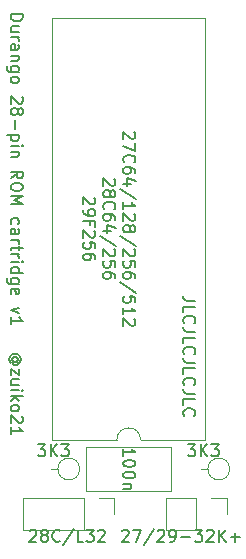
<source format=gto>
G04 #@! TF.GenerationSoftware,KiCad,Pcbnew,(5.1.2-1)-1*
G04 #@! TF.CreationDate,2022-05-30T23:40:34+02:00*
G04 #@! TF.ProjectId,cart28p,63617274-3238-4702-9e6b-696361645f70,rev?*
G04 #@! TF.SameCoordinates,Original*
G04 #@! TF.FileFunction,Legend,Top*
G04 #@! TF.FilePolarity,Positive*
%FSLAX46Y46*%
G04 Gerber Fmt 4.6, Leading zero omitted, Abs format (unit mm)*
G04 Created by KiCad (PCBNEW (5.1.2-1)-1) date 2022-05-30 23:40:34*
%MOMM*%
%LPD*%
G04 APERTURE LIST*
%ADD10C,0.160000*%
%ADD11C,0.157500*%
%ADD12C,0.180000*%
%ADD13C,0.120000*%
%ADD14C,0.153000*%
%ADD15C,0.100000*%
%ADD16C,0.150000*%
%ADD17C,1.626000*%
%ADD18R,1.702000X1.702000*%
%ADD19O,1.702000X1.702000*%
%ADD20C,1.702000*%
%ADD21O,1.502000X1.502000*%
%ADD22C,1.502000*%
%ADD23O,1.802000X1.802000*%
%ADD24R,1.802000X1.802000*%
G04 APERTURE END LIST*
D10*
X73056619Y-45296666D02*
X73105000Y-45345047D01*
X73153380Y-45441809D01*
X73153380Y-45683714D01*
X73105000Y-45780476D01*
X73056619Y-45828857D01*
X72959857Y-45877238D01*
X72863095Y-45877238D01*
X72717952Y-45828857D01*
X72137380Y-45248285D01*
X72137380Y-45877238D01*
X72717952Y-46457809D02*
X72766333Y-46361047D01*
X72814714Y-46312666D01*
X72911476Y-46264285D01*
X72959857Y-46264285D01*
X73056619Y-46312666D01*
X73105000Y-46361047D01*
X73153380Y-46457809D01*
X73153380Y-46651333D01*
X73105000Y-46748095D01*
X73056619Y-46796476D01*
X72959857Y-46844857D01*
X72911476Y-46844857D01*
X72814714Y-46796476D01*
X72766333Y-46748095D01*
X72717952Y-46651333D01*
X72717952Y-46457809D01*
X72669571Y-46361047D01*
X72621190Y-46312666D01*
X72524428Y-46264285D01*
X72330904Y-46264285D01*
X72234142Y-46312666D01*
X72185761Y-46361047D01*
X72137380Y-46457809D01*
X72137380Y-46651333D01*
X72185761Y-46748095D01*
X72234142Y-46796476D01*
X72330904Y-46844857D01*
X72524428Y-46844857D01*
X72621190Y-46796476D01*
X72669571Y-46748095D01*
X72717952Y-46651333D01*
X72234142Y-47860857D02*
X72185761Y-47812476D01*
X72137380Y-47667333D01*
X72137380Y-47570571D01*
X72185761Y-47425428D01*
X72282523Y-47328666D01*
X72379285Y-47280285D01*
X72572809Y-47231904D01*
X72717952Y-47231904D01*
X72911476Y-47280285D01*
X73008238Y-47328666D01*
X73105000Y-47425428D01*
X73153380Y-47570571D01*
X73153380Y-47667333D01*
X73105000Y-47812476D01*
X73056619Y-47860857D01*
X73153380Y-48731714D02*
X73153380Y-48538190D01*
X73105000Y-48441428D01*
X73056619Y-48393047D01*
X72911476Y-48296285D01*
X72717952Y-48247904D01*
X72330904Y-48247904D01*
X72234142Y-48296285D01*
X72185761Y-48344666D01*
X72137380Y-48441428D01*
X72137380Y-48634952D01*
X72185761Y-48731714D01*
X72234142Y-48780095D01*
X72330904Y-48828476D01*
X72572809Y-48828476D01*
X72669571Y-48780095D01*
X72717952Y-48731714D01*
X72766333Y-48634952D01*
X72766333Y-48441428D01*
X72717952Y-48344666D01*
X72669571Y-48296285D01*
X72572809Y-48247904D01*
X72814714Y-49699333D02*
X72137380Y-49699333D01*
X73201761Y-49457428D02*
X72476047Y-49215523D01*
X72476047Y-49844476D01*
X73201761Y-50957238D02*
X71895476Y-50086380D01*
X73056619Y-51247523D02*
X73105000Y-51295904D01*
X73153380Y-51392666D01*
X73153380Y-51634571D01*
X73105000Y-51731333D01*
X73056619Y-51779714D01*
X72959857Y-51828095D01*
X72863095Y-51828095D01*
X72717952Y-51779714D01*
X72137380Y-51199142D01*
X72137380Y-51828095D01*
X73153380Y-52747333D02*
X73153380Y-52263523D01*
X72669571Y-52215142D01*
X72717952Y-52263523D01*
X72766333Y-52360285D01*
X72766333Y-52602190D01*
X72717952Y-52698952D01*
X72669571Y-52747333D01*
X72572809Y-52795714D01*
X72330904Y-52795714D01*
X72234142Y-52747333D01*
X72185761Y-52698952D01*
X72137380Y-52602190D01*
X72137380Y-52360285D01*
X72185761Y-52263523D01*
X72234142Y-52215142D01*
X73153380Y-53666571D02*
X73153380Y-53473047D01*
X73105000Y-53376285D01*
X73056619Y-53327904D01*
X72911476Y-53231142D01*
X72717952Y-53182761D01*
X72330904Y-53182761D01*
X72234142Y-53231142D01*
X72185761Y-53279523D01*
X72137380Y-53376285D01*
X72137380Y-53569809D01*
X72185761Y-53666571D01*
X72234142Y-53714952D01*
X72330904Y-53763333D01*
X72572809Y-53763333D01*
X72669571Y-53714952D01*
X72717952Y-53666571D01*
X72766333Y-53569809D01*
X72766333Y-53376285D01*
X72717952Y-53279523D01*
X72669571Y-53231142D01*
X72572809Y-53182761D01*
X71372619Y-46869047D02*
X71421000Y-46917428D01*
X71469380Y-47014190D01*
X71469380Y-47256095D01*
X71421000Y-47352857D01*
X71372619Y-47401238D01*
X71275857Y-47449619D01*
X71179095Y-47449619D01*
X71033952Y-47401238D01*
X70453380Y-46820666D01*
X70453380Y-47449619D01*
X70453380Y-47933428D02*
X70453380Y-48126952D01*
X70501761Y-48223714D01*
X70550142Y-48272095D01*
X70695285Y-48368857D01*
X70888809Y-48417238D01*
X71275857Y-48417238D01*
X71372619Y-48368857D01*
X71421000Y-48320476D01*
X71469380Y-48223714D01*
X71469380Y-48030190D01*
X71421000Y-47933428D01*
X71372619Y-47885047D01*
X71275857Y-47836666D01*
X71033952Y-47836666D01*
X70937190Y-47885047D01*
X70888809Y-47933428D01*
X70840428Y-48030190D01*
X70840428Y-48223714D01*
X70888809Y-48320476D01*
X70937190Y-48368857D01*
X71033952Y-48417238D01*
X70985571Y-49191333D02*
X70985571Y-48852666D01*
X70453380Y-48852666D02*
X71469380Y-48852666D01*
X71469380Y-49336476D01*
X71372619Y-49675142D02*
X71421000Y-49723523D01*
X71469380Y-49820285D01*
X71469380Y-50062190D01*
X71421000Y-50158952D01*
X71372619Y-50207333D01*
X71275857Y-50255714D01*
X71179095Y-50255714D01*
X71033952Y-50207333D01*
X70453380Y-49626761D01*
X70453380Y-50255714D01*
X71469380Y-51174952D02*
X71469380Y-50691142D01*
X70985571Y-50642761D01*
X71033952Y-50691142D01*
X71082333Y-50787904D01*
X71082333Y-51029809D01*
X71033952Y-51126571D01*
X70985571Y-51174952D01*
X70888809Y-51223333D01*
X70646904Y-51223333D01*
X70550142Y-51174952D01*
X70501761Y-51126571D01*
X70453380Y-51029809D01*
X70453380Y-50787904D01*
X70501761Y-50691142D01*
X70550142Y-50642761D01*
X71469380Y-52094190D02*
X71469380Y-51900666D01*
X71421000Y-51803904D01*
X71372619Y-51755523D01*
X71227476Y-51658761D01*
X71033952Y-51610380D01*
X70646904Y-51610380D01*
X70550142Y-51658761D01*
X70501761Y-51707142D01*
X70453380Y-51803904D01*
X70453380Y-51997428D01*
X70501761Y-52094190D01*
X70550142Y-52142571D01*
X70646904Y-52190952D01*
X70888809Y-52190952D01*
X70985571Y-52142571D01*
X71033952Y-52094190D01*
X71082333Y-51997428D01*
X71082333Y-51803904D01*
X71033952Y-51707142D01*
X70985571Y-51658761D01*
X70888809Y-51610380D01*
D11*
X79931380Y-55632047D02*
X79205666Y-55632047D01*
X79060523Y-55583666D01*
X78963761Y-55486904D01*
X78915380Y-55341761D01*
X78915380Y-55245000D01*
X78915380Y-56599666D02*
X78915380Y-56115857D01*
X79931380Y-56115857D01*
X79012142Y-57518904D02*
X78963761Y-57470523D01*
X78915380Y-57325380D01*
X78915380Y-57228619D01*
X78963761Y-57083476D01*
X79060523Y-56986714D01*
X79157285Y-56938333D01*
X79350809Y-56889952D01*
X79495952Y-56889952D01*
X79689476Y-56938333D01*
X79786238Y-56986714D01*
X79883000Y-57083476D01*
X79931380Y-57228619D01*
X79931380Y-57325380D01*
X79883000Y-57470523D01*
X79834619Y-57518904D01*
X79931380Y-58244619D02*
X79205666Y-58244619D01*
X79060523Y-58196238D01*
X78963761Y-58099476D01*
X78915380Y-57954333D01*
X78915380Y-57857571D01*
X78915380Y-59212238D02*
X78915380Y-58728428D01*
X79931380Y-58728428D01*
X79012142Y-60131476D02*
X78963761Y-60083095D01*
X78915380Y-59937952D01*
X78915380Y-59841190D01*
X78963761Y-59696047D01*
X79060523Y-59599285D01*
X79157285Y-59550904D01*
X79350809Y-59502523D01*
X79495952Y-59502523D01*
X79689476Y-59550904D01*
X79786238Y-59599285D01*
X79883000Y-59696047D01*
X79931380Y-59841190D01*
X79931380Y-59937952D01*
X79883000Y-60083095D01*
X79834619Y-60131476D01*
X79931380Y-60857190D02*
X79205666Y-60857190D01*
X79060523Y-60808809D01*
X78963761Y-60712047D01*
X78915380Y-60566904D01*
X78915380Y-60470142D01*
X78915380Y-61824809D02*
X78915380Y-61341000D01*
X79931380Y-61341000D01*
X79012142Y-62744047D02*
X78963761Y-62695666D01*
X78915380Y-62550523D01*
X78915380Y-62453761D01*
X78963761Y-62308619D01*
X79060523Y-62211857D01*
X79157285Y-62163476D01*
X79350809Y-62115095D01*
X79495952Y-62115095D01*
X79689476Y-62163476D01*
X79786238Y-62211857D01*
X79883000Y-62308619D01*
X79931380Y-62453761D01*
X79931380Y-62550523D01*
X79883000Y-62695666D01*
X79834619Y-62744047D01*
X79931380Y-63469761D02*
X79205666Y-63469761D01*
X79060523Y-63421380D01*
X78963761Y-63324619D01*
X78915380Y-63179476D01*
X78915380Y-63082714D01*
X78915380Y-64437380D02*
X78915380Y-63953571D01*
X79931380Y-63953571D01*
X79012142Y-65356619D02*
X78963761Y-65308238D01*
X78915380Y-65163095D01*
X78915380Y-65066333D01*
X78963761Y-64921190D01*
X79060523Y-64824428D01*
X79157285Y-64776047D01*
X79350809Y-64727666D01*
X79495952Y-64727666D01*
X79689476Y-64776047D01*
X79786238Y-64824428D01*
X79883000Y-64921190D01*
X79931380Y-65066333D01*
X79931380Y-65163095D01*
X79883000Y-65308238D01*
X79834619Y-65356619D01*
D12*
X64794190Y-60766476D02*
X64842571Y-60718095D01*
X64890952Y-60621333D01*
X64890952Y-60524571D01*
X64842571Y-60427809D01*
X64794190Y-60379428D01*
X64697428Y-60331047D01*
X64600666Y-60331047D01*
X64503904Y-60379428D01*
X64455523Y-60427809D01*
X64407142Y-60524571D01*
X64407142Y-60621333D01*
X64455523Y-60718095D01*
X64503904Y-60766476D01*
X64890952Y-60766476D02*
X64503904Y-60766476D01*
X64455523Y-60814857D01*
X64455523Y-60863238D01*
X64503904Y-60960000D01*
X64600666Y-61008380D01*
X64842571Y-61008380D01*
X64987714Y-60911619D01*
X65084476Y-60766476D01*
X65132857Y-60572952D01*
X65084476Y-60379428D01*
X64987714Y-60234285D01*
X64842571Y-60137523D01*
X64649047Y-60089142D01*
X64455523Y-60137523D01*
X64310380Y-60234285D01*
X64213619Y-60379428D01*
X64165238Y-60572952D01*
X64213619Y-60766476D01*
X64310380Y-60911619D01*
X64987714Y-61347047D02*
X64987714Y-61879238D01*
X64310380Y-61347047D01*
X64310380Y-61879238D01*
X64987714Y-62701714D02*
X64310380Y-62701714D01*
X64987714Y-62266285D02*
X64455523Y-62266285D01*
X64358761Y-62314666D01*
X64310380Y-62411428D01*
X64310380Y-62556571D01*
X64358761Y-62653333D01*
X64407142Y-62701714D01*
X64310380Y-63185523D02*
X64987714Y-63185523D01*
X65326380Y-63185523D02*
X65278000Y-63137142D01*
X65229619Y-63185523D01*
X65278000Y-63233904D01*
X65326380Y-63185523D01*
X65229619Y-63185523D01*
X64310380Y-63669333D02*
X65326380Y-63669333D01*
X64697428Y-63766095D02*
X64310380Y-64056380D01*
X64987714Y-64056380D02*
X64600666Y-63669333D01*
X64310380Y-64636952D02*
X64358761Y-64540190D01*
X64407142Y-64491809D01*
X64503904Y-64443428D01*
X64794190Y-64443428D01*
X64890952Y-64491809D01*
X64939333Y-64540190D01*
X64987714Y-64636952D01*
X64987714Y-64782095D01*
X64939333Y-64878857D01*
X64890952Y-64927238D01*
X64794190Y-64975619D01*
X64503904Y-64975619D01*
X64407142Y-64927238D01*
X64358761Y-64878857D01*
X64310380Y-64782095D01*
X64310380Y-64636952D01*
X65229619Y-65362666D02*
X65278000Y-65411047D01*
X65326380Y-65507809D01*
X65326380Y-65749714D01*
X65278000Y-65846476D01*
X65229619Y-65894857D01*
X65132857Y-65943238D01*
X65036095Y-65943238D01*
X64890952Y-65894857D01*
X64310380Y-65314285D01*
X64310380Y-65943238D01*
X64310380Y-66910857D02*
X64310380Y-66330285D01*
X64310380Y-66620571D02*
X65326380Y-66620571D01*
X65181238Y-66523809D01*
X65084476Y-66427047D01*
X65036095Y-66330285D01*
D10*
X64310380Y-31362952D02*
X65326380Y-31362952D01*
X65326380Y-31604857D01*
X65278000Y-31749999D01*
X65181238Y-31846761D01*
X65084476Y-31895142D01*
X64890952Y-31943523D01*
X64745809Y-31943523D01*
X64552285Y-31895142D01*
X64455523Y-31846761D01*
X64358761Y-31749999D01*
X64310380Y-31604857D01*
X64310380Y-31362952D01*
X64987714Y-32814380D02*
X64310380Y-32814380D01*
X64987714Y-32378952D02*
X64455523Y-32378952D01*
X64358761Y-32427333D01*
X64310380Y-32524095D01*
X64310380Y-32669238D01*
X64358761Y-32765999D01*
X64407142Y-32814380D01*
X64310380Y-33298190D02*
X64987714Y-33298190D01*
X64794190Y-33298190D02*
X64890952Y-33346571D01*
X64939333Y-33394952D01*
X64987714Y-33491714D01*
X64987714Y-33588476D01*
X64310380Y-34362571D02*
X64842571Y-34362571D01*
X64939333Y-34314190D01*
X64987714Y-34217428D01*
X64987714Y-34023904D01*
X64939333Y-33927142D01*
X64358761Y-34362571D02*
X64310380Y-34265809D01*
X64310380Y-34023904D01*
X64358761Y-33927142D01*
X64455523Y-33878761D01*
X64552285Y-33878761D01*
X64649047Y-33927142D01*
X64697428Y-34023904D01*
X64697428Y-34265809D01*
X64745809Y-34362571D01*
X64987714Y-34846380D02*
X64310380Y-34846380D01*
X64890952Y-34846380D02*
X64939333Y-34894761D01*
X64987714Y-34991523D01*
X64987714Y-35136666D01*
X64939333Y-35233428D01*
X64842571Y-35281809D01*
X64310380Y-35281809D01*
X64987714Y-36201047D02*
X64165238Y-36201047D01*
X64068476Y-36152666D01*
X64020095Y-36104285D01*
X63971714Y-36007523D01*
X63971714Y-35862380D01*
X64020095Y-35765619D01*
X64358761Y-36201047D02*
X64310380Y-36104285D01*
X64310380Y-35910761D01*
X64358761Y-35813999D01*
X64407142Y-35765619D01*
X64503904Y-35717238D01*
X64794190Y-35717238D01*
X64890952Y-35765619D01*
X64939333Y-35813999D01*
X64987714Y-35910761D01*
X64987714Y-36104285D01*
X64939333Y-36201047D01*
X64310380Y-36829999D02*
X64358761Y-36733238D01*
X64407142Y-36684857D01*
X64503904Y-36636476D01*
X64794190Y-36636476D01*
X64890952Y-36684857D01*
X64939333Y-36733238D01*
X64987714Y-36829999D01*
X64987714Y-36975142D01*
X64939333Y-37071904D01*
X64890952Y-37120285D01*
X64794190Y-37168666D01*
X64503904Y-37168666D01*
X64407142Y-37120285D01*
X64358761Y-37071904D01*
X64310380Y-36975142D01*
X64310380Y-36829999D01*
X65229619Y-38329809D02*
X65278000Y-38378190D01*
X65326380Y-38474952D01*
X65326380Y-38716857D01*
X65278000Y-38813619D01*
X65229619Y-38861999D01*
X65132857Y-38910380D01*
X65036095Y-38910380D01*
X64890952Y-38861999D01*
X64310380Y-38281428D01*
X64310380Y-38910380D01*
X64890952Y-39490952D02*
X64939333Y-39394190D01*
X64987714Y-39345809D01*
X65084476Y-39297428D01*
X65132857Y-39297428D01*
X65229619Y-39345809D01*
X65278000Y-39394190D01*
X65326380Y-39490952D01*
X65326380Y-39684476D01*
X65278000Y-39781238D01*
X65229619Y-39829619D01*
X65132857Y-39877999D01*
X65084476Y-39877999D01*
X64987714Y-39829619D01*
X64939333Y-39781238D01*
X64890952Y-39684476D01*
X64890952Y-39490952D01*
X64842571Y-39394190D01*
X64794190Y-39345809D01*
X64697428Y-39297428D01*
X64503904Y-39297428D01*
X64407142Y-39345809D01*
X64358761Y-39394190D01*
X64310380Y-39490952D01*
X64310380Y-39684476D01*
X64358761Y-39781238D01*
X64407142Y-39829619D01*
X64503904Y-39877999D01*
X64697428Y-39877999D01*
X64794190Y-39829619D01*
X64842571Y-39781238D01*
X64890952Y-39684476D01*
X64697428Y-40313428D02*
X64697428Y-41087523D01*
X64987714Y-41571333D02*
X63971714Y-41571333D01*
X64939333Y-41571333D02*
X64987714Y-41668095D01*
X64987714Y-41861619D01*
X64939333Y-41958380D01*
X64890952Y-42006761D01*
X64794190Y-42055142D01*
X64503904Y-42055142D01*
X64407142Y-42006761D01*
X64358761Y-41958380D01*
X64310380Y-41861619D01*
X64310380Y-41668095D01*
X64358761Y-41571333D01*
X64310380Y-42490571D02*
X64987714Y-42490571D01*
X65326380Y-42490571D02*
X65278000Y-42442190D01*
X65229619Y-42490571D01*
X65278000Y-42538952D01*
X65326380Y-42490571D01*
X65229619Y-42490571D01*
X64987714Y-42974380D02*
X64310380Y-42974380D01*
X64890952Y-42974380D02*
X64939333Y-43022761D01*
X64987714Y-43119523D01*
X64987714Y-43264666D01*
X64939333Y-43361428D01*
X64842571Y-43409809D01*
X64310380Y-43409809D01*
X64310380Y-45248285D02*
X64794190Y-44909619D01*
X64310380Y-44667714D02*
X65326380Y-44667714D01*
X65326380Y-45054761D01*
X65278000Y-45151523D01*
X65229619Y-45199904D01*
X65132857Y-45248285D01*
X64987714Y-45248285D01*
X64890952Y-45199904D01*
X64842571Y-45151523D01*
X64794190Y-45054761D01*
X64794190Y-44667714D01*
X65326380Y-45877238D02*
X65326380Y-46070761D01*
X65278000Y-46167523D01*
X65181238Y-46264285D01*
X64987714Y-46312666D01*
X64649047Y-46312666D01*
X64455523Y-46264285D01*
X64358761Y-46167523D01*
X64310380Y-46070761D01*
X64310380Y-45877238D01*
X64358761Y-45780476D01*
X64455523Y-45683714D01*
X64649047Y-45635333D01*
X64987714Y-45635333D01*
X65181238Y-45683714D01*
X65278000Y-45780476D01*
X65326380Y-45877238D01*
X64310380Y-46748095D02*
X65326380Y-46748095D01*
X64600666Y-47086761D01*
X65326380Y-47425428D01*
X64310380Y-47425428D01*
X64358761Y-49118761D02*
X64310380Y-49022000D01*
X64310380Y-48828476D01*
X64358761Y-48731714D01*
X64407142Y-48683333D01*
X64503904Y-48634952D01*
X64794190Y-48634952D01*
X64890952Y-48683333D01*
X64939333Y-48731714D01*
X64987714Y-48828476D01*
X64987714Y-49022000D01*
X64939333Y-49118761D01*
X64310380Y-49989619D02*
X64842571Y-49989619D01*
X64939333Y-49941238D01*
X64987714Y-49844476D01*
X64987714Y-49650952D01*
X64939333Y-49554190D01*
X64358761Y-49989619D02*
X64310380Y-49892857D01*
X64310380Y-49650952D01*
X64358761Y-49554190D01*
X64455523Y-49505809D01*
X64552285Y-49505809D01*
X64649047Y-49554190D01*
X64697428Y-49650952D01*
X64697428Y-49892857D01*
X64745809Y-49989619D01*
X64310380Y-50473428D02*
X64987714Y-50473428D01*
X64794190Y-50473428D02*
X64890952Y-50521809D01*
X64939333Y-50570190D01*
X64987714Y-50666952D01*
X64987714Y-50763714D01*
X64987714Y-50957238D02*
X64987714Y-51344285D01*
X65326380Y-51102380D02*
X64455523Y-51102380D01*
X64358761Y-51150761D01*
X64310380Y-51247523D01*
X64310380Y-51344285D01*
X64310380Y-51682952D02*
X64987714Y-51682952D01*
X64794190Y-51682952D02*
X64890952Y-51731333D01*
X64939333Y-51779714D01*
X64987714Y-51876476D01*
X64987714Y-51973238D01*
X64310380Y-52311904D02*
X64987714Y-52311904D01*
X65326380Y-52311904D02*
X65278000Y-52263523D01*
X65229619Y-52311904D01*
X65278000Y-52360285D01*
X65326380Y-52311904D01*
X65229619Y-52311904D01*
X64310380Y-53231142D02*
X65326380Y-53231142D01*
X64358761Y-53231142D02*
X64310380Y-53134380D01*
X64310380Y-52940857D01*
X64358761Y-52844095D01*
X64407142Y-52795714D01*
X64503904Y-52747333D01*
X64794190Y-52747333D01*
X64890952Y-52795714D01*
X64939333Y-52844095D01*
X64987714Y-52940857D01*
X64987714Y-53134380D01*
X64939333Y-53231142D01*
X64987714Y-54150380D02*
X64165238Y-54150380D01*
X64068476Y-54101999D01*
X64020095Y-54053619D01*
X63971714Y-53956857D01*
X63971714Y-53811714D01*
X64020095Y-53714952D01*
X64358761Y-54150380D02*
X64310380Y-54053619D01*
X64310380Y-53860095D01*
X64358761Y-53763333D01*
X64407142Y-53714952D01*
X64503904Y-53666571D01*
X64794190Y-53666571D01*
X64890952Y-53714952D01*
X64939333Y-53763333D01*
X64987714Y-53860095D01*
X64987714Y-54053619D01*
X64939333Y-54150380D01*
X64358761Y-55021238D02*
X64310380Y-54924476D01*
X64310380Y-54730952D01*
X64358761Y-54634190D01*
X64455523Y-54585809D01*
X64842571Y-54585809D01*
X64939333Y-54634190D01*
X64987714Y-54730952D01*
X64987714Y-54924476D01*
X64939333Y-55021238D01*
X64842571Y-55069619D01*
X64745809Y-55069619D01*
X64649047Y-54585809D01*
X64987714Y-56182380D02*
X64310380Y-56424285D01*
X64987714Y-56666190D01*
X64310380Y-57585428D02*
X64310380Y-57004857D01*
X64310380Y-57295142D02*
X65326380Y-57295142D01*
X65181238Y-57198380D01*
X65084476Y-57101619D01*
X65036095Y-57004857D01*
D13*
X73295000Y-67370000D02*
G75*
G02X75295000Y-67370000I1000000J0D01*
G01*
X75295000Y-67370000D02*
X80755000Y-67370000D01*
X80755000Y-67370000D02*
X80755000Y-31690000D01*
X80755000Y-31690000D02*
X67835000Y-31690000D01*
X67835000Y-31690000D02*
X67835000Y-67370000D01*
X67835000Y-67370000D02*
X73295000Y-67370000D01*
X77875000Y-67980000D02*
X77875000Y-71720000D01*
X70635000Y-67980000D02*
X70635000Y-71720000D01*
X70635000Y-71720000D02*
X77875000Y-71720000D01*
X70635000Y-67980000D02*
X77875000Y-67980000D01*
X80995000Y-69850000D02*
X80375000Y-69850000D01*
X82835000Y-69850000D02*
G75*
G03X82835000Y-69850000I-920000J0D01*
G01*
X68295000Y-69850000D02*
X67675000Y-69850000D01*
X70135000Y-69850000D02*
G75*
G03X70135000Y-69850000I-920000J0D01*
G01*
X73085000Y-72330000D02*
X73085000Y-73660000D01*
X71755000Y-72330000D02*
X73085000Y-72330000D01*
X70485000Y-72330000D02*
X70485000Y-74990000D01*
X70485000Y-74990000D02*
X65345000Y-74990000D01*
X70485000Y-72330000D02*
X65345000Y-72330000D01*
X65345000Y-72330000D02*
X65345000Y-74990000D01*
X82610000Y-72330000D02*
X82610000Y-73660000D01*
X81280000Y-72330000D02*
X82610000Y-72330000D01*
X80010000Y-72330000D02*
X80010000Y-74990000D01*
X80010000Y-74990000D02*
X77410000Y-74990000D01*
X80010000Y-72330000D02*
X77410000Y-72330000D01*
X77410000Y-72330000D02*
X77410000Y-74990000D01*
D10*
X74754619Y-41329428D02*
X74803000Y-41377809D01*
X74851380Y-41474571D01*
X74851380Y-41716476D01*
X74803000Y-41813238D01*
X74754619Y-41861619D01*
X74657857Y-41910000D01*
X74561095Y-41910000D01*
X74415952Y-41861619D01*
X73835380Y-41281047D01*
X73835380Y-41910000D01*
X74851380Y-42248666D02*
X74851380Y-42926000D01*
X73835380Y-42490571D01*
X73932142Y-43893619D02*
X73883761Y-43845238D01*
X73835380Y-43700095D01*
X73835380Y-43603333D01*
X73883761Y-43458190D01*
X73980523Y-43361428D01*
X74077285Y-43313047D01*
X74270809Y-43264666D01*
X74415952Y-43264666D01*
X74609476Y-43313047D01*
X74706238Y-43361428D01*
X74803000Y-43458190D01*
X74851380Y-43603333D01*
X74851380Y-43700095D01*
X74803000Y-43845238D01*
X74754619Y-43893619D01*
X74851380Y-44764476D02*
X74851380Y-44570952D01*
X74803000Y-44474190D01*
X74754619Y-44425809D01*
X74609476Y-44329047D01*
X74415952Y-44280666D01*
X74028904Y-44280666D01*
X73932142Y-44329047D01*
X73883761Y-44377428D01*
X73835380Y-44474190D01*
X73835380Y-44667714D01*
X73883761Y-44764476D01*
X73932142Y-44812857D01*
X74028904Y-44861238D01*
X74270809Y-44861238D01*
X74367571Y-44812857D01*
X74415952Y-44764476D01*
X74464333Y-44667714D01*
X74464333Y-44474190D01*
X74415952Y-44377428D01*
X74367571Y-44329047D01*
X74270809Y-44280666D01*
X74512714Y-45732095D02*
X73835380Y-45732095D01*
X74899761Y-45490190D02*
X74174047Y-45248285D01*
X74174047Y-45877238D01*
X74899761Y-46990000D02*
X73593476Y-46119142D01*
X73835380Y-47860857D02*
X73835380Y-47280285D01*
X73835380Y-47570571D02*
X74851380Y-47570571D01*
X74706238Y-47473809D01*
X74609476Y-47377047D01*
X74561095Y-47280285D01*
X74754619Y-48247904D02*
X74803000Y-48296285D01*
X74851380Y-48393047D01*
X74851380Y-48634952D01*
X74803000Y-48731714D01*
X74754619Y-48780095D01*
X74657857Y-48828476D01*
X74561095Y-48828476D01*
X74415952Y-48780095D01*
X73835380Y-48199523D01*
X73835380Y-48828476D01*
X74415952Y-49409047D02*
X74464333Y-49312285D01*
X74512714Y-49263904D01*
X74609476Y-49215523D01*
X74657857Y-49215523D01*
X74754619Y-49263904D01*
X74803000Y-49312285D01*
X74851380Y-49409047D01*
X74851380Y-49602571D01*
X74803000Y-49699333D01*
X74754619Y-49747714D01*
X74657857Y-49796095D01*
X74609476Y-49796095D01*
X74512714Y-49747714D01*
X74464333Y-49699333D01*
X74415952Y-49602571D01*
X74415952Y-49409047D01*
X74367571Y-49312285D01*
X74319190Y-49263904D01*
X74222428Y-49215523D01*
X74028904Y-49215523D01*
X73932142Y-49263904D01*
X73883761Y-49312285D01*
X73835380Y-49409047D01*
X73835380Y-49602571D01*
X73883761Y-49699333D01*
X73932142Y-49747714D01*
X74028904Y-49796095D01*
X74222428Y-49796095D01*
X74319190Y-49747714D01*
X74367571Y-49699333D01*
X74415952Y-49602571D01*
X74899761Y-50957238D02*
X73593476Y-50086380D01*
X74754619Y-51247523D02*
X74803000Y-51295904D01*
X74851380Y-51392666D01*
X74851380Y-51634571D01*
X74803000Y-51731333D01*
X74754619Y-51779714D01*
X74657857Y-51828095D01*
X74561095Y-51828095D01*
X74415952Y-51779714D01*
X73835380Y-51199142D01*
X73835380Y-51828095D01*
X74851380Y-52747333D02*
X74851380Y-52263523D01*
X74367571Y-52215142D01*
X74415952Y-52263523D01*
X74464333Y-52360285D01*
X74464333Y-52602190D01*
X74415952Y-52698952D01*
X74367571Y-52747333D01*
X74270809Y-52795714D01*
X74028904Y-52795714D01*
X73932142Y-52747333D01*
X73883761Y-52698952D01*
X73835380Y-52602190D01*
X73835380Y-52360285D01*
X73883761Y-52263523D01*
X73932142Y-52215142D01*
X74851380Y-53666571D02*
X74851380Y-53473047D01*
X74803000Y-53376285D01*
X74754619Y-53327904D01*
X74609476Y-53231142D01*
X74415952Y-53182761D01*
X74028904Y-53182761D01*
X73932142Y-53231142D01*
X73883761Y-53279523D01*
X73835380Y-53376285D01*
X73835380Y-53569809D01*
X73883761Y-53666571D01*
X73932142Y-53714952D01*
X74028904Y-53763333D01*
X74270809Y-53763333D01*
X74367571Y-53714952D01*
X74415952Y-53666571D01*
X74464333Y-53569809D01*
X74464333Y-53376285D01*
X74415952Y-53279523D01*
X74367571Y-53231142D01*
X74270809Y-53182761D01*
X74899761Y-54924476D02*
X73593476Y-54053619D01*
X74851380Y-55746952D02*
X74851380Y-55263142D01*
X74367571Y-55214761D01*
X74415952Y-55263142D01*
X74464333Y-55359904D01*
X74464333Y-55601809D01*
X74415952Y-55698571D01*
X74367571Y-55746952D01*
X74270809Y-55795333D01*
X74028904Y-55795333D01*
X73932142Y-55746952D01*
X73883761Y-55698571D01*
X73835380Y-55601809D01*
X73835380Y-55359904D01*
X73883761Y-55263142D01*
X73932142Y-55214761D01*
X73835380Y-56762952D02*
X73835380Y-56182380D01*
X73835380Y-56472666D02*
X74851380Y-56472666D01*
X74706238Y-56375904D01*
X74609476Y-56279142D01*
X74561095Y-56182380D01*
X74754619Y-57150000D02*
X74803000Y-57198380D01*
X74851380Y-57295142D01*
X74851380Y-57537047D01*
X74803000Y-57633809D01*
X74754619Y-57682190D01*
X74657857Y-57730571D01*
X74561095Y-57730571D01*
X74415952Y-57682190D01*
X73835380Y-57101619D01*
X73835380Y-57730571D01*
X73835380Y-68713047D02*
X73835380Y-68132476D01*
X73835380Y-68422761D02*
X74851380Y-68422761D01*
X74706238Y-68326000D01*
X74609476Y-68229238D01*
X74561095Y-68132476D01*
X74851380Y-69342000D02*
X74851380Y-69438761D01*
X74803000Y-69535523D01*
X74754619Y-69583904D01*
X74657857Y-69632285D01*
X74464333Y-69680666D01*
X74222428Y-69680666D01*
X74028904Y-69632285D01*
X73932142Y-69583904D01*
X73883761Y-69535523D01*
X73835380Y-69438761D01*
X73835380Y-69342000D01*
X73883761Y-69245238D01*
X73932142Y-69196857D01*
X74028904Y-69148476D01*
X74222428Y-69100095D01*
X74464333Y-69100095D01*
X74657857Y-69148476D01*
X74754619Y-69196857D01*
X74803000Y-69245238D01*
X74851380Y-69342000D01*
X74851380Y-70309619D02*
X74851380Y-70406380D01*
X74803000Y-70503142D01*
X74754619Y-70551523D01*
X74657857Y-70599904D01*
X74464333Y-70648285D01*
X74222428Y-70648285D01*
X74028904Y-70599904D01*
X73932142Y-70551523D01*
X73883761Y-70503142D01*
X73835380Y-70406380D01*
X73835380Y-70309619D01*
X73883761Y-70212857D01*
X73932142Y-70164476D01*
X74028904Y-70116095D01*
X74222428Y-70067714D01*
X74464333Y-70067714D01*
X74657857Y-70116095D01*
X74754619Y-70164476D01*
X74803000Y-70212857D01*
X74851380Y-70309619D01*
X74512714Y-71083714D02*
X73835380Y-71083714D01*
X74415952Y-71083714D02*
X74464333Y-71132095D01*
X74512714Y-71228857D01*
X74512714Y-71374000D01*
X74464333Y-71470761D01*
X74367571Y-71519142D01*
X73835380Y-71519142D01*
X79314523Y-67769619D02*
X79943476Y-67769619D01*
X79604809Y-68156666D01*
X79749952Y-68156666D01*
X79846714Y-68205047D01*
X79895095Y-68253428D01*
X79943476Y-68350190D01*
X79943476Y-68592095D01*
X79895095Y-68688857D01*
X79846714Y-68737238D01*
X79749952Y-68785619D01*
X79459666Y-68785619D01*
X79362904Y-68737238D01*
X79314523Y-68688857D01*
X80378904Y-68785619D02*
X80378904Y-67769619D01*
X80959476Y-68785619D02*
X80524047Y-68205047D01*
X80959476Y-67769619D02*
X80378904Y-68350190D01*
X81298142Y-67769619D02*
X81927095Y-67769619D01*
X81588428Y-68156666D01*
X81733571Y-68156666D01*
X81830333Y-68205047D01*
X81878714Y-68253428D01*
X81927095Y-68350190D01*
X81927095Y-68592095D01*
X81878714Y-68688857D01*
X81830333Y-68737238D01*
X81733571Y-68785619D01*
X81443285Y-68785619D01*
X81346523Y-68737238D01*
X81298142Y-68688857D01*
X66614523Y-67769619D02*
X67243476Y-67769619D01*
X66904809Y-68156666D01*
X67049952Y-68156666D01*
X67146714Y-68205047D01*
X67195095Y-68253428D01*
X67243476Y-68350190D01*
X67243476Y-68592095D01*
X67195095Y-68688857D01*
X67146714Y-68737238D01*
X67049952Y-68785619D01*
X66759666Y-68785619D01*
X66662904Y-68737238D01*
X66614523Y-68688857D01*
X67678904Y-68785619D02*
X67678904Y-67769619D01*
X68259476Y-68785619D02*
X67824047Y-68205047D01*
X68259476Y-67769619D02*
X67678904Y-68350190D01*
X68598142Y-67769619D02*
X69227095Y-67769619D01*
X68888428Y-68156666D01*
X69033571Y-68156666D01*
X69130333Y-68205047D01*
X69178714Y-68253428D01*
X69227095Y-68350190D01*
X69227095Y-68592095D01*
X69178714Y-68688857D01*
X69130333Y-68737238D01*
X69033571Y-68785619D01*
X68743285Y-68785619D01*
X68646523Y-68737238D01*
X68598142Y-68688857D01*
D14*
X65894857Y-75105380D02*
X65943238Y-75057000D01*
X66040000Y-75008619D01*
X66281904Y-75008619D01*
X66378666Y-75057000D01*
X66427047Y-75105380D01*
X66475428Y-75202142D01*
X66475428Y-75298904D01*
X66427047Y-75444047D01*
X65846476Y-76024619D01*
X66475428Y-76024619D01*
X67056000Y-75444047D02*
X66959238Y-75395666D01*
X66910857Y-75347285D01*
X66862476Y-75250523D01*
X66862476Y-75202142D01*
X66910857Y-75105380D01*
X66959238Y-75057000D01*
X67056000Y-75008619D01*
X67249523Y-75008619D01*
X67346285Y-75057000D01*
X67394666Y-75105380D01*
X67443047Y-75202142D01*
X67443047Y-75250523D01*
X67394666Y-75347285D01*
X67346285Y-75395666D01*
X67249523Y-75444047D01*
X67056000Y-75444047D01*
X66959238Y-75492428D01*
X66910857Y-75540809D01*
X66862476Y-75637571D01*
X66862476Y-75831095D01*
X66910857Y-75927857D01*
X66959238Y-75976238D01*
X67056000Y-76024619D01*
X67249523Y-76024619D01*
X67346285Y-75976238D01*
X67394666Y-75927857D01*
X67443047Y-75831095D01*
X67443047Y-75637571D01*
X67394666Y-75540809D01*
X67346285Y-75492428D01*
X67249523Y-75444047D01*
X68459047Y-75927857D02*
X68410666Y-75976238D01*
X68265523Y-76024619D01*
X68168761Y-76024619D01*
X68023619Y-75976238D01*
X67926857Y-75879476D01*
X67878476Y-75782714D01*
X67830095Y-75589190D01*
X67830095Y-75444047D01*
X67878476Y-75250523D01*
X67926857Y-75153761D01*
X68023619Y-75057000D01*
X68168761Y-75008619D01*
X68265523Y-75008619D01*
X68410666Y-75057000D01*
X68459047Y-75105380D01*
X69620190Y-74960238D02*
X68749333Y-76266523D01*
X70442666Y-76024619D02*
X69958857Y-76024619D01*
X69958857Y-75008619D01*
X70684571Y-75008619D02*
X71313523Y-75008619D01*
X70974857Y-75395666D01*
X71120000Y-75395666D01*
X71216761Y-75444047D01*
X71265142Y-75492428D01*
X71313523Y-75589190D01*
X71313523Y-75831095D01*
X71265142Y-75927857D01*
X71216761Y-75976238D01*
X71120000Y-76024619D01*
X70829714Y-76024619D01*
X70732952Y-75976238D01*
X70684571Y-75927857D01*
X71700571Y-75105380D02*
X71748952Y-75057000D01*
X71845714Y-75008619D01*
X72087619Y-75008619D01*
X72184380Y-75057000D01*
X72232761Y-75105380D01*
X72281142Y-75202142D01*
X72281142Y-75298904D01*
X72232761Y-75444047D01*
X71652190Y-76024619D01*
X72281142Y-76024619D01*
X73732571Y-75105380D02*
X73780952Y-75057000D01*
X73877714Y-75008619D01*
X74119619Y-75008619D01*
X74216380Y-75057000D01*
X74264761Y-75105380D01*
X74313142Y-75202142D01*
X74313142Y-75298904D01*
X74264761Y-75444047D01*
X73684190Y-76024619D01*
X74313142Y-76024619D01*
X74651809Y-75008619D02*
X75329142Y-75008619D01*
X74893714Y-76024619D01*
X76441904Y-74960238D02*
X75571047Y-76266523D01*
X76732190Y-75105380D02*
X76780571Y-75057000D01*
X76877333Y-75008619D01*
X77119238Y-75008619D01*
X77216000Y-75057000D01*
X77264380Y-75105380D01*
X77312761Y-75202142D01*
X77312761Y-75298904D01*
X77264380Y-75444047D01*
X76683809Y-76024619D01*
X77312761Y-76024619D01*
X77796571Y-76024619D02*
X77990095Y-76024619D01*
X78086857Y-75976238D01*
X78135238Y-75927857D01*
X78232000Y-75782714D01*
X78280380Y-75589190D01*
X78280380Y-75202142D01*
X78232000Y-75105380D01*
X78183619Y-75057000D01*
X78086857Y-75008619D01*
X77893333Y-75008619D01*
X77796571Y-75057000D01*
X77748190Y-75105380D01*
X77699809Y-75202142D01*
X77699809Y-75444047D01*
X77748190Y-75540809D01*
X77796571Y-75589190D01*
X77893333Y-75637571D01*
X78086857Y-75637571D01*
X78183619Y-75589190D01*
X78232000Y-75540809D01*
X78280380Y-75444047D01*
X78715809Y-75637571D02*
X79489904Y-75637571D01*
X79876952Y-75008619D02*
X80505904Y-75008619D01*
X80167238Y-75395666D01*
X80312380Y-75395666D01*
X80409142Y-75444047D01*
X80457523Y-75492428D01*
X80505904Y-75589190D01*
X80505904Y-75831095D01*
X80457523Y-75927857D01*
X80409142Y-75976238D01*
X80312380Y-76024619D01*
X80022095Y-76024619D01*
X79925333Y-75976238D01*
X79876952Y-75927857D01*
X80892952Y-75105380D02*
X80941333Y-75057000D01*
X81038095Y-75008619D01*
X81280000Y-75008619D01*
X81376761Y-75057000D01*
X81425142Y-75105380D01*
X81473523Y-75202142D01*
X81473523Y-75298904D01*
X81425142Y-75444047D01*
X80844571Y-76024619D01*
X81473523Y-76024619D01*
X81908952Y-76024619D02*
X81908952Y-75008619D01*
X82489523Y-76024619D02*
X82054095Y-75444047D01*
X82489523Y-75008619D02*
X81908952Y-75589190D01*
X82924952Y-75637571D02*
X83699047Y-75637571D01*
X83312000Y-76024619D02*
X83312000Y-75250523D01*
%LPC*%
D15*
G36*
X55880000Y-27940000D02*
G01*
X55880000Y-76200000D01*
X63500000Y-76200000D01*
X63500000Y-27940000D01*
X55880000Y-27940000D01*
G37*
X55880000Y-27940000D02*
X55880000Y-76200000D01*
X63500000Y-76200000D01*
X63500000Y-27940000D01*
X55880000Y-27940000D01*
D16*
G36*
X63374344Y-29668957D02*
G01*
X63413804Y-29674811D01*
X63452501Y-29684504D01*
X63490061Y-29697943D01*
X63526123Y-29714999D01*
X63560339Y-29735508D01*
X63592381Y-29759271D01*
X63621939Y-29786061D01*
X63648729Y-29815619D01*
X63672492Y-29847661D01*
X63693001Y-29881877D01*
X63710057Y-29917939D01*
X63723496Y-29955499D01*
X63733189Y-29994196D01*
X63739043Y-30033656D01*
X63741000Y-30073500D01*
X63741000Y-30886500D01*
X63739043Y-30926344D01*
X63733189Y-30965804D01*
X63723496Y-31004501D01*
X63710057Y-31042061D01*
X63693001Y-31078123D01*
X63672492Y-31112339D01*
X63648729Y-31144381D01*
X63621939Y-31173939D01*
X63592381Y-31200729D01*
X63560339Y-31224492D01*
X63526123Y-31245001D01*
X63490061Y-31262057D01*
X63452501Y-31275496D01*
X63413804Y-31285189D01*
X63374344Y-31291043D01*
X63334500Y-31293000D01*
X56045500Y-31293000D01*
X56005656Y-31291043D01*
X55966196Y-31285189D01*
X55927499Y-31275496D01*
X55889939Y-31262057D01*
X55853877Y-31245001D01*
X55819661Y-31224492D01*
X55787619Y-31200729D01*
X55758061Y-31173939D01*
X55731271Y-31144381D01*
X55707508Y-31112339D01*
X55686999Y-31078123D01*
X55669943Y-31042061D01*
X55656504Y-31004501D01*
X55646811Y-30965804D01*
X55640957Y-30926344D01*
X55639000Y-30886500D01*
X55639000Y-30073500D01*
X55640957Y-30033656D01*
X55646811Y-29994196D01*
X55656504Y-29955499D01*
X55669943Y-29917939D01*
X55686999Y-29881877D01*
X55707508Y-29847661D01*
X55731271Y-29815619D01*
X55758061Y-29786061D01*
X55787619Y-29759271D01*
X55819661Y-29735508D01*
X55853877Y-29714999D01*
X55889939Y-29697943D01*
X55927499Y-29684504D01*
X55966196Y-29674811D01*
X56005656Y-29668957D01*
X56045500Y-29667000D01*
X63334500Y-29667000D01*
X63374344Y-29668957D01*
X63374344Y-29668957D01*
G37*
D17*
X59690000Y-30480000D03*
D16*
G36*
X63374344Y-32208957D02*
G01*
X63413804Y-32214811D01*
X63452501Y-32224504D01*
X63490061Y-32237943D01*
X63526123Y-32254999D01*
X63560339Y-32275508D01*
X63592381Y-32299271D01*
X63621939Y-32326061D01*
X63648729Y-32355619D01*
X63672492Y-32387661D01*
X63693001Y-32421877D01*
X63710057Y-32457939D01*
X63723496Y-32495499D01*
X63733189Y-32534196D01*
X63739043Y-32573656D01*
X63741000Y-32613500D01*
X63741000Y-33426500D01*
X63739043Y-33466344D01*
X63733189Y-33505804D01*
X63723496Y-33544501D01*
X63710057Y-33582061D01*
X63693001Y-33618123D01*
X63672492Y-33652339D01*
X63648729Y-33684381D01*
X63621939Y-33713939D01*
X63592381Y-33740729D01*
X63560339Y-33764492D01*
X63526123Y-33785001D01*
X63490061Y-33802057D01*
X63452501Y-33815496D01*
X63413804Y-33825189D01*
X63374344Y-33831043D01*
X63334500Y-33833000D01*
X56045500Y-33833000D01*
X56005656Y-33831043D01*
X55966196Y-33825189D01*
X55927499Y-33815496D01*
X55889939Y-33802057D01*
X55853877Y-33785001D01*
X55819661Y-33764492D01*
X55787619Y-33740729D01*
X55758061Y-33713939D01*
X55731271Y-33684381D01*
X55707508Y-33652339D01*
X55686999Y-33618123D01*
X55669943Y-33582061D01*
X55656504Y-33544501D01*
X55646811Y-33505804D01*
X55640957Y-33466344D01*
X55639000Y-33426500D01*
X55639000Y-32613500D01*
X55640957Y-32573656D01*
X55646811Y-32534196D01*
X55656504Y-32495499D01*
X55669943Y-32457939D01*
X55686999Y-32421877D01*
X55707508Y-32387661D01*
X55731271Y-32355619D01*
X55758061Y-32326061D01*
X55787619Y-32299271D01*
X55819661Y-32275508D01*
X55853877Y-32254999D01*
X55889939Y-32237943D01*
X55927499Y-32224504D01*
X55966196Y-32214811D01*
X56005656Y-32208957D01*
X56045500Y-32207000D01*
X63334500Y-32207000D01*
X63374344Y-32208957D01*
X63374344Y-32208957D01*
G37*
D17*
X59690000Y-33020000D03*
D16*
G36*
X63374344Y-34748957D02*
G01*
X63413804Y-34754811D01*
X63452501Y-34764504D01*
X63490061Y-34777943D01*
X63526123Y-34794999D01*
X63560339Y-34815508D01*
X63592381Y-34839271D01*
X63621939Y-34866061D01*
X63648729Y-34895619D01*
X63672492Y-34927661D01*
X63693001Y-34961877D01*
X63710057Y-34997939D01*
X63723496Y-35035499D01*
X63733189Y-35074196D01*
X63739043Y-35113656D01*
X63741000Y-35153500D01*
X63741000Y-35966500D01*
X63739043Y-36006344D01*
X63733189Y-36045804D01*
X63723496Y-36084501D01*
X63710057Y-36122061D01*
X63693001Y-36158123D01*
X63672492Y-36192339D01*
X63648729Y-36224381D01*
X63621939Y-36253939D01*
X63592381Y-36280729D01*
X63560339Y-36304492D01*
X63526123Y-36325001D01*
X63490061Y-36342057D01*
X63452501Y-36355496D01*
X63413804Y-36365189D01*
X63374344Y-36371043D01*
X63334500Y-36373000D01*
X56045500Y-36373000D01*
X56005656Y-36371043D01*
X55966196Y-36365189D01*
X55927499Y-36355496D01*
X55889939Y-36342057D01*
X55853877Y-36325001D01*
X55819661Y-36304492D01*
X55787619Y-36280729D01*
X55758061Y-36253939D01*
X55731271Y-36224381D01*
X55707508Y-36192339D01*
X55686999Y-36158123D01*
X55669943Y-36122061D01*
X55656504Y-36084501D01*
X55646811Y-36045804D01*
X55640957Y-36006344D01*
X55639000Y-35966500D01*
X55639000Y-35153500D01*
X55640957Y-35113656D01*
X55646811Y-35074196D01*
X55656504Y-35035499D01*
X55669943Y-34997939D01*
X55686999Y-34961877D01*
X55707508Y-34927661D01*
X55731271Y-34895619D01*
X55758061Y-34866061D01*
X55787619Y-34839271D01*
X55819661Y-34815508D01*
X55853877Y-34794999D01*
X55889939Y-34777943D01*
X55927499Y-34764504D01*
X55966196Y-34754811D01*
X56005656Y-34748957D01*
X56045500Y-34747000D01*
X63334500Y-34747000D01*
X63374344Y-34748957D01*
X63374344Y-34748957D01*
G37*
D17*
X59690000Y-35560000D03*
D16*
G36*
X63374344Y-37288957D02*
G01*
X63413804Y-37294811D01*
X63452501Y-37304504D01*
X63490061Y-37317943D01*
X63526123Y-37334999D01*
X63560339Y-37355508D01*
X63592381Y-37379271D01*
X63621939Y-37406061D01*
X63648729Y-37435619D01*
X63672492Y-37467661D01*
X63693001Y-37501877D01*
X63710057Y-37537939D01*
X63723496Y-37575499D01*
X63733189Y-37614196D01*
X63739043Y-37653656D01*
X63741000Y-37693500D01*
X63741000Y-38506500D01*
X63739043Y-38546344D01*
X63733189Y-38585804D01*
X63723496Y-38624501D01*
X63710057Y-38662061D01*
X63693001Y-38698123D01*
X63672492Y-38732339D01*
X63648729Y-38764381D01*
X63621939Y-38793939D01*
X63592381Y-38820729D01*
X63560339Y-38844492D01*
X63526123Y-38865001D01*
X63490061Y-38882057D01*
X63452501Y-38895496D01*
X63413804Y-38905189D01*
X63374344Y-38911043D01*
X63334500Y-38913000D01*
X56045500Y-38913000D01*
X56005656Y-38911043D01*
X55966196Y-38905189D01*
X55927499Y-38895496D01*
X55889939Y-38882057D01*
X55853877Y-38865001D01*
X55819661Y-38844492D01*
X55787619Y-38820729D01*
X55758061Y-38793939D01*
X55731271Y-38764381D01*
X55707508Y-38732339D01*
X55686999Y-38698123D01*
X55669943Y-38662061D01*
X55656504Y-38624501D01*
X55646811Y-38585804D01*
X55640957Y-38546344D01*
X55639000Y-38506500D01*
X55639000Y-37693500D01*
X55640957Y-37653656D01*
X55646811Y-37614196D01*
X55656504Y-37575499D01*
X55669943Y-37537939D01*
X55686999Y-37501877D01*
X55707508Y-37467661D01*
X55731271Y-37435619D01*
X55758061Y-37406061D01*
X55787619Y-37379271D01*
X55819661Y-37355508D01*
X55853877Y-37334999D01*
X55889939Y-37317943D01*
X55927499Y-37304504D01*
X55966196Y-37294811D01*
X56005656Y-37288957D01*
X56045500Y-37287000D01*
X63334500Y-37287000D01*
X63374344Y-37288957D01*
X63374344Y-37288957D01*
G37*
D17*
X59690000Y-38100000D03*
D16*
G36*
X63374344Y-39828957D02*
G01*
X63413804Y-39834811D01*
X63452501Y-39844504D01*
X63490061Y-39857943D01*
X63526123Y-39874999D01*
X63560339Y-39895508D01*
X63592381Y-39919271D01*
X63621939Y-39946061D01*
X63648729Y-39975619D01*
X63672492Y-40007661D01*
X63693001Y-40041877D01*
X63710057Y-40077939D01*
X63723496Y-40115499D01*
X63733189Y-40154196D01*
X63739043Y-40193656D01*
X63741000Y-40233500D01*
X63741000Y-41046500D01*
X63739043Y-41086344D01*
X63733189Y-41125804D01*
X63723496Y-41164501D01*
X63710057Y-41202061D01*
X63693001Y-41238123D01*
X63672492Y-41272339D01*
X63648729Y-41304381D01*
X63621939Y-41333939D01*
X63592381Y-41360729D01*
X63560339Y-41384492D01*
X63526123Y-41405001D01*
X63490061Y-41422057D01*
X63452501Y-41435496D01*
X63413804Y-41445189D01*
X63374344Y-41451043D01*
X63334500Y-41453000D01*
X56045500Y-41453000D01*
X56005656Y-41451043D01*
X55966196Y-41445189D01*
X55927499Y-41435496D01*
X55889939Y-41422057D01*
X55853877Y-41405001D01*
X55819661Y-41384492D01*
X55787619Y-41360729D01*
X55758061Y-41333939D01*
X55731271Y-41304381D01*
X55707508Y-41272339D01*
X55686999Y-41238123D01*
X55669943Y-41202061D01*
X55656504Y-41164501D01*
X55646811Y-41125804D01*
X55640957Y-41086344D01*
X55639000Y-41046500D01*
X55639000Y-40233500D01*
X55640957Y-40193656D01*
X55646811Y-40154196D01*
X55656504Y-40115499D01*
X55669943Y-40077939D01*
X55686999Y-40041877D01*
X55707508Y-40007661D01*
X55731271Y-39975619D01*
X55758061Y-39946061D01*
X55787619Y-39919271D01*
X55819661Y-39895508D01*
X55853877Y-39874999D01*
X55889939Y-39857943D01*
X55927499Y-39844504D01*
X55966196Y-39834811D01*
X56005656Y-39828957D01*
X56045500Y-39827000D01*
X63334500Y-39827000D01*
X63374344Y-39828957D01*
X63374344Y-39828957D01*
G37*
D17*
X59690000Y-40640000D03*
D16*
G36*
X63374344Y-42368957D02*
G01*
X63413804Y-42374811D01*
X63452501Y-42384504D01*
X63490061Y-42397943D01*
X63526123Y-42414999D01*
X63560339Y-42435508D01*
X63592381Y-42459271D01*
X63621939Y-42486061D01*
X63648729Y-42515619D01*
X63672492Y-42547661D01*
X63693001Y-42581877D01*
X63710057Y-42617939D01*
X63723496Y-42655499D01*
X63733189Y-42694196D01*
X63739043Y-42733656D01*
X63741000Y-42773500D01*
X63741000Y-43586500D01*
X63739043Y-43626344D01*
X63733189Y-43665804D01*
X63723496Y-43704501D01*
X63710057Y-43742061D01*
X63693001Y-43778123D01*
X63672492Y-43812339D01*
X63648729Y-43844381D01*
X63621939Y-43873939D01*
X63592381Y-43900729D01*
X63560339Y-43924492D01*
X63526123Y-43945001D01*
X63490061Y-43962057D01*
X63452501Y-43975496D01*
X63413804Y-43985189D01*
X63374344Y-43991043D01*
X63334500Y-43993000D01*
X56045500Y-43993000D01*
X56005656Y-43991043D01*
X55966196Y-43985189D01*
X55927499Y-43975496D01*
X55889939Y-43962057D01*
X55853877Y-43945001D01*
X55819661Y-43924492D01*
X55787619Y-43900729D01*
X55758061Y-43873939D01*
X55731271Y-43844381D01*
X55707508Y-43812339D01*
X55686999Y-43778123D01*
X55669943Y-43742061D01*
X55656504Y-43704501D01*
X55646811Y-43665804D01*
X55640957Y-43626344D01*
X55639000Y-43586500D01*
X55639000Y-42773500D01*
X55640957Y-42733656D01*
X55646811Y-42694196D01*
X55656504Y-42655499D01*
X55669943Y-42617939D01*
X55686999Y-42581877D01*
X55707508Y-42547661D01*
X55731271Y-42515619D01*
X55758061Y-42486061D01*
X55787619Y-42459271D01*
X55819661Y-42435508D01*
X55853877Y-42414999D01*
X55889939Y-42397943D01*
X55927499Y-42384504D01*
X55966196Y-42374811D01*
X56005656Y-42368957D01*
X56045500Y-42367000D01*
X63334500Y-42367000D01*
X63374344Y-42368957D01*
X63374344Y-42368957D01*
G37*
D17*
X59690000Y-43180000D03*
D16*
G36*
X63374344Y-44908957D02*
G01*
X63413804Y-44914811D01*
X63452501Y-44924504D01*
X63490061Y-44937943D01*
X63526123Y-44954999D01*
X63560339Y-44975508D01*
X63592381Y-44999271D01*
X63621939Y-45026061D01*
X63648729Y-45055619D01*
X63672492Y-45087661D01*
X63693001Y-45121877D01*
X63710057Y-45157939D01*
X63723496Y-45195499D01*
X63733189Y-45234196D01*
X63739043Y-45273656D01*
X63741000Y-45313500D01*
X63741000Y-46126500D01*
X63739043Y-46166344D01*
X63733189Y-46205804D01*
X63723496Y-46244501D01*
X63710057Y-46282061D01*
X63693001Y-46318123D01*
X63672492Y-46352339D01*
X63648729Y-46384381D01*
X63621939Y-46413939D01*
X63592381Y-46440729D01*
X63560339Y-46464492D01*
X63526123Y-46485001D01*
X63490061Y-46502057D01*
X63452501Y-46515496D01*
X63413804Y-46525189D01*
X63374344Y-46531043D01*
X63334500Y-46533000D01*
X56045500Y-46533000D01*
X56005656Y-46531043D01*
X55966196Y-46525189D01*
X55927499Y-46515496D01*
X55889939Y-46502057D01*
X55853877Y-46485001D01*
X55819661Y-46464492D01*
X55787619Y-46440729D01*
X55758061Y-46413939D01*
X55731271Y-46384381D01*
X55707508Y-46352339D01*
X55686999Y-46318123D01*
X55669943Y-46282061D01*
X55656504Y-46244501D01*
X55646811Y-46205804D01*
X55640957Y-46166344D01*
X55639000Y-46126500D01*
X55639000Y-45313500D01*
X55640957Y-45273656D01*
X55646811Y-45234196D01*
X55656504Y-45195499D01*
X55669943Y-45157939D01*
X55686999Y-45121877D01*
X55707508Y-45087661D01*
X55731271Y-45055619D01*
X55758061Y-45026061D01*
X55787619Y-44999271D01*
X55819661Y-44975508D01*
X55853877Y-44954999D01*
X55889939Y-44937943D01*
X55927499Y-44924504D01*
X55966196Y-44914811D01*
X56005656Y-44908957D01*
X56045500Y-44907000D01*
X63334500Y-44907000D01*
X63374344Y-44908957D01*
X63374344Y-44908957D01*
G37*
D17*
X59690000Y-45720000D03*
D16*
G36*
X63374344Y-47448957D02*
G01*
X63413804Y-47454811D01*
X63452501Y-47464504D01*
X63490061Y-47477943D01*
X63526123Y-47494999D01*
X63560339Y-47515508D01*
X63592381Y-47539271D01*
X63621939Y-47566061D01*
X63648729Y-47595619D01*
X63672492Y-47627661D01*
X63693001Y-47661877D01*
X63710057Y-47697939D01*
X63723496Y-47735499D01*
X63733189Y-47774196D01*
X63739043Y-47813656D01*
X63741000Y-47853500D01*
X63741000Y-48666500D01*
X63739043Y-48706344D01*
X63733189Y-48745804D01*
X63723496Y-48784501D01*
X63710057Y-48822061D01*
X63693001Y-48858123D01*
X63672492Y-48892339D01*
X63648729Y-48924381D01*
X63621939Y-48953939D01*
X63592381Y-48980729D01*
X63560339Y-49004492D01*
X63526123Y-49025001D01*
X63490061Y-49042057D01*
X63452501Y-49055496D01*
X63413804Y-49065189D01*
X63374344Y-49071043D01*
X63334500Y-49073000D01*
X56045500Y-49073000D01*
X56005656Y-49071043D01*
X55966196Y-49065189D01*
X55927499Y-49055496D01*
X55889939Y-49042057D01*
X55853877Y-49025001D01*
X55819661Y-49004492D01*
X55787619Y-48980729D01*
X55758061Y-48953939D01*
X55731271Y-48924381D01*
X55707508Y-48892339D01*
X55686999Y-48858123D01*
X55669943Y-48822061D01*
X55656504Y-48784501D01*
X55646811Y-48745804D01*
X55640957Y-48706344D01*
X55639000Y-48666500D01*
X55639000Y-47853500D01*
X55640957Y-47813656D01*
X55646811Y-47774196D01*
X55656504Y-47735499D01*
X55669943Y-47697939D01*
X55686999Y-47661877D01*
X55707508Y-47627661D01*
X55731271Y-47595619D01*
X55758061Y-47566061D01*
X55787619Y-47539271D01*
X55819661Y-47515508D01*
X55853877Y-47494999D01*
X55889939Y-47477943D01*
X55927499Y-47464504D01*
X55966196Y-47454811D01*
X56005656Y-47448957D01*
X56045500Y-47447000D01*
X63334500Y-47447000D01*
X63374344Y-47448957D01*
X63374344Y-47448957D01*
G37*
D17*
X59690000Y-48260000D03*
D16*
G36*
X63374344Y-49988957D02*
G01*
X63413804Y-49994811D01*
X63452501Y-50004504D01*
X63490061Y-50017943D01*
X63526123Y-50034999D01*
X63560339Y-50055508D01*
X63592381Y-50079271D01*
X63621939Y-50106061D01*
X63648729Y-50135619D01*
X63672492Y-50167661D01*
X63693001Y-50201877D01*
X63710057Y-50237939D01*
X63723496Y-50275499D01*
X63733189Y-50314196D01*
X63739043Y-50353656D01*
X63741000Y-50393500D01*
X63741000Y-51206500D01*
X63739043Y-51246344D01*
X63733189Y-51285804D01*
X63723496Y-51324501D01*
X63710057Y-51362061D01*
X63693001Y-51398123D01*
X63672492Y-51432339D01*
X63648729Y-51464381D01*
X63621939Y-51493939D01*
X63592381Y-51520729D01*
X63560339Y-51544492D01*
X63526123Y-51565001D01*
X63490061Y-51582057D01*
X63452501Y-51595496D01*
X63413804Y-51605189D01*
X63374344Y-51611043D01*
X63334500Y-51613000D01*
X56045500Y-51613000D01*
X56005656Y-51611043D01*
X55966196Y-51605189D01*
X55927499Y-51595496D01*
X55889939Y-51582057D01*
X55853877Y-51565001D01*
X55819661Y-51544492D01*
X55787619Y-51520729D01*
X55758061Y-51493939D01*
X55731271Y-51464381D01*
X55707508Y-51432339D01*
X55686999Y-51398123D01*
X55669943Y-51362061D01*
X55656504Y-51324501D01*
X55646811Y-51285804D01*
X55640957Y-51246344D01*
X55639000Y-51206500D01*
X55639000Y-50393500D01*
X55640957Y-50353656D01*
X55646811Y-50314196D01*
X55656504Y-50275499D01*
X55669943Y-50237939D01*
X55686999Y-50201877D01*
X55707508Y-50167661D01*
X55731271Y-50135619D01*
X55758061Y-50106061D01*
X55787619Y-50079271D01*
X55819661Y-50055508D01*
X55853877Y-50034999D01*
X55889939Y-50017943D01*
X55927499Y-50004504D01*
X55966196Y-49994811D01*
X56005656Y-49988957D01*
X56045500Y-49987000D01*
X63334500Y-49987000D01*
X63374344Y-49988957D01*
X63374344Y-49988957D01*
G37*
D17*
X59690000Y-50800000D03*
D16*
G36*
X63374344Y-52528957D02*
G01*
X63413804Y-52534811D01*
X63452501Y-52544504D01*
X63490061Y-52557943D01*
X63526123Y-52574999D01*
X63560339Y-52595508D01*
X63592381Y-52619271D01*
X63621939Y-52646061D01*
X63648729Y-52675619D01*
X63672492Y-52707661D01*
X63693001Y-52741877D01*
X63710057Y-52777939D01*
X63723496Y-52815499D01*
X63733189Y-52854196D01*
X63739043Y-52893656D01*
X63741000Y-52933500D01*
X63741000Y-53746500D01*
X63739043Y-53786344D01*
X63733189Y-53825804D01*
X63723496Y-53864501D01*
X63710057Y-53902061D01*
X63693001Y-53938123D01*
X63672492Y-53972339D01*
X63648729Y-54004381D01*
X63621939Y-54033939D01*
X63592381Y-54060729D01*
X63560339Y-54084492D01*
X63526123Y-54105001D01*
X63490061Y-54122057D01*
X63452501Y-54135496D01*
X63413804Y-54145189D01*
X63374344Y-54151043D01*
X63334500Y-54153000D01*
X56045500Y-54153000D01*
X56005656Y-54151043D01*
X55966196Y-54145189D01*
X55927499Y-54135496D01*
X55889939Y-54122057D01*
X55853877Y-54105001D01*
X55819661Y-54084492D01*
X55787619Y-54060729D01*
X55758061Y-54033939D01*
X55731271Y-54004381D01*
X55707508Y-53972339D01*
X55686999Y-53938123D01*
X55669943Y-53902061D01*
X55656504Y-53864501D01*
X55646811Y-53825804D01*
X55640957Y-53786344D01*
X55639000Y-53746500D01*
X55639000Y-52933500D01*
X55640957Y-52893656D01*
X55646811Y-52854196D01*
X55656504Y-52815499D01*
X55669943Y-52777939D01*
X55686999Y-52741877D01*
X55707508Y-52707661D01*
X55731271Y-52675619D01*
X55758061Y-52646061D01*
X55787619Y-52619271D01*
X55819661Y-52595508D01*
X55853877Y-52574999D01*
X55889939Y-52557943D01*
X55927499Y-52544504D01*
X55966196Y-52534811D01*
X56005656Y-52528957D01*
X56045500Y-52527000D01*
X63334500Y-52527000D01*
X63374344Y-52528957D01*
X63374344Y-52528957D01*
G37*
D17*
X59690000Y-53340000D03*
D16*
G36*
X63374344Y-55068957D02*
G01*
X63413804Y-55074811D01*
X63452501Y-55084504D01*
X63490061Y-55097943D01*
X63526123Y-55114999D01*
X63560339Y-55135508D01*
X63592381Y-55159271D01*
X63621939Y-55186061D01*
X63648729Y-55215619D01*
X63672492Y-55247661D01*
X63693001Y-55281877D01*
X63710057Y-55317939D01*
X63723496Y-55355499D01*
X63733189Y-55394196D01*
X63739043Y-55433656D01*
X63741000Y-55473500D01*
X63741000Y-56286500D01*
X63739043Y-56326344D01*
X63733189Y-56365804D01*
X63723496Y-56404501D01*
X63710057Y-56442061D01*
X63693001Y-56478123D01*
X63672492Y-56512339D01*
X63648729Y-56544381D01*
X63621939Y-56573939D01*
X63592381Y-56600729D01*
X63560339Y-56624492D01*
X63526123Y-56645001D01*
X63490061Y-56662057D01*
X63452501Y-56675496D01*
X63413804Y-56685189D01*
X63374344Y-56691043D01*
X63334500Y-56693000D01*
X56045500Y-56693000D01*
X56005656Y-56691043D01*
X55966196Y-56685189D01*
X55927499Y-56675496D01*
X55889939Y-56662057D01*
X55853877Y-56645001D01*
X55819661Y-56624492D01*
X55787619Y-56600729D01*
X55758061Y-56573939D01*
X55731271Y-56544381D01*
X55707508Y-56512339D01*
X55686999Y-56478123D01*
X55669943Y-56442061D01*
X55656504Y-56404501D01*
X55646811Y-56365804D01*
X55640957Y-56326344D01*
X55639000Y-56286500D01*
X55639000Y-55473500D01*
X55640957Y-55433656D01*
X55646811Y-55394196D01*
X55656504Y-55355499D01*
X55669943Y-55317939D01*
X55686999Y-55281877D01*
X55707508Y-55247661D01*
X55731271Y-55215619D01*
X55758061Y-55186061D01*
X55787619Y-55159271D01*
X55819661Y-55135508D01*
X55853877Y-55114999D01*
X55889939Y-55097943D01*
X55927499Y-55084504D01*
X55966196Y-55074811D01*
X56005656Y-55068957D01*
X56045500Y-55067000D01*
X63334500Y-55067000D01*
X63374344Y-55068957D01*
X63374344Y-55068957D01*
G37*
D17*
X59690000Y-55880000D03*
D16*
G36*
X63374344Y-57608957D02*
G01*
X63413804Y-57614811D01*
X63452501Y-57624504D01*
X63490061Y-57637943D01*
X63526123Y-57654999D01*
X63560339Y-57675508D01*
X63592381Y-57699271D01*
X63621939Y-57726061D01*
X63648729Y-57755619D01*
X63672492Y-57787661D01*
X63693001Y-57821877D01*
X63710057Y-57857939D01*
X63723496Y-57895499D01*
X63733189Y-57934196D01*
X63739043Y-57973656D01*
X63741000Y-58013500D01*
X63741000Y-58826500D01*
X63739043Y-58866344D01*
X63733189Y-58905804D01*
X63723496Y-58944501D01*
X63710057Y-58982061D01*
X63693001Y-59018123D01*
X63672492Y-59052339D01*
X63648729Y-59084381D01*
X63621939Y-59113939D01*
X63592381Y-59140729D01*
X63560339Y-59164492D01*
X63526123Y-59185001D01*
X63490061Y-59202057D01*
X63452501Y-59215496D01*
X63413804Y-59225189D01*
X63374344Y-59231043D01*
X63334500Y-59233000D01*
X56045500Y-59233000D01*
X56005656Y-59231043D01*
X55966196Y-59225189D01*
X55927499Y-59215496D01*
X55889939Y-59202057D01*
X55853877Y-59185001D01*
X55819661Y-59164492D01*
X55787619Y-59140729D01*
X55758061Y-59113939D01*
X55731271Y-59084381D01*
X55707508Y-59052339D01*
X55686999Y-59018123D01*
X55669943Y-58982061D01*
X55656504Y-58944501D01*
X55646811Y-58905804D01*
X55640957Y-58866344D01*
X55639000Y-58826500D01*
X55639000Y-58013500D01*
X55640957Y-57973656D01*
X55646811Y-57934196D01*
X55656504Y-57895499D01*
X55669943Y-57857939D01*
X55686999Y-57821877D01*
X55707508Y-57787661D01*
X55731271Y-57755619D01*
X55758061Y-57726061D01*
X55787619Y-57699271D01*
X55819661Y-57675508D01*
X55853877Y-57654999D01*
X55889939Y-57637943D01*
X55927499Y-57624504D01*
X55966196Y-57614811D01*
X56005656Y-57608957D01*
X56045500Y-57607000D01*
X63334500Y-57607000D01*
X63374344Y-57608957D01*
X63374344Y-57608957D01*
G37*
D17*
X59690000Y-58420000D03*
D16*
G36*
X63374344Y-60148957D02*
G01*
X63413804Y-60154811D01*
X63452501Y-60164504D01*
X63490061Y-60177943D01*
X63526123Y-60194999D01*
X63560339Y-60215508D01*
X63592381Y-60239271D01*
X63621939Y-60266061D01*
X63648729Y-60295619D01*
X63672492Y-60327661D01*
X63693001Y-60361877D01*
X63710057Y-60397939D01*
X63723496Y-60435499D01*
X63733189Y-60474196D01*
X63739043Y-60513656D01*
X63741000Y-60553500D01*
X63741000Y-61366500D01*
X63739043Y-61406344D01*
X63733189Y-61445804D01*
X63723496Y-61484501D01*
X63710057Y-61522061D01*
X63693001Y-61558123D01*
X63672492Y-61592339D01*
X63648729Y-61624381D01*
X63621939Y-61653939D01*
X63592381Y-61680729D01*
X63560339Y-61704492D01*
X63526123Y-61725001D01*
X63490061Y-61742057D01*
X63452501Y-61755496D01*
X63413804Y-61765189D01*
X63374344Y-61771043D01*
X63334500Y-61773000D01*
X56045500Y-61773000D01*
X56005656Y-61771043D01*
X55966196Y-61765189D01*
X55927499Y-61755496D01*
X55889939Y-61742057D01*
X55853877Y-61725001D01*
X55819661Y-61704492D01*
X55787619Y-61680729D01*
X55758061Y-61653939D01*
X55731271Y-61624381D01*
X55707508Y-61592339D01*
X55686999Y-61558123D01*
X55669943Y-61522061D01*
X55656504Y-61484501D01*
X55646811Y-61445804D01*
X55640957Y-61406344D01*
X55639000Y-61366500D01*
X55639000Y-60553500D01*
X55640957Y-60513656D01*
X55646811Y-60474196D01*
X55656504Y-60435499D01*
X55669943Y-60397939D01*
X55686999Y-60361877D01*
X55707508Y-60327661D01*
X55731271Y-60295619D01*
X55758061Y-60266061D01*
X55787619Y-60239271D01*
X55819661Y-60215508D01*
X55853877Y-60194999D01*
X55889939Y-60177943D01*
X55927499Y-60164504D01*
X55966196Y-60154811D01*
X56005656Y-60148957D01*
X56045500Y-60147000D01*
X63334500Y-60147000D01*
X63374344Y-60148957D01*
X63374344Y-60148957D01*
G37*
D17*
X59690000Y-60960000D03*
D16*
G36*
X63374344Y-62688957D02*
G01*
X63413804Y-62694811D01*
X63452501Y-62704504D01*
X63490061Y-62717943D01*
X63526123Y-62734999D01*
X63560339Y-62755508D01*
X63592381Y-62779271D01*
X63621939Y-62806061D01*
X63648729Y-62835619D01*
X63672492Y-62867661D01*
X63693001Y-62901877D01*
X63710057Y-62937939D01*
X63723496Y-62975499D01*
X63733189Y-63014196D01*
X63739043Y-63053656D01*
X63741000Y-63093500D01*
X63741000Y-63906500D01*
X63739043Y-63946344D01*
X63733189Y-63985804D01*
X63723496Y-64024501D01*
X63710057Y-64062061D01*
X63693001Y-64098123D01*
X63672492Y-64132339D01*
X63648729Y-64164381D01*
X63621939Y-64193939D01*
X63592381Y-64220729D01*
X63560339Y-64244492D01*
X63526123Y-64265001D01*
X63490061Y-64282057D01*
X63452501Y-64295496D01*
X63413804Y-64305189D01*
X63374344Y-64311043D01*
X63334500Y-64313000D01*
X56045500Y-64313000D01*
X56005656Y-64311043D01*
X55966196Y-64305189D01*
X55927499Y-64295496D01*
X55889939Y-64282057D01*
X55853877Y-64265001D01*
X55819661Y-64244492D01*
X55787619Y-64220729D01*
X55758061Y-64193939D01*
X55731271Y-64164381D01*
X55707508Y-64132339D01*
X55686999Y-64098123D01*
X55669943Y-64062061D01*
X55656504Y-64024501D01*
X55646811Y-63985804D01*
X55640957Y-63946344D01*
X55639000Y-63906500D01*
X55639000Y-63093500D01*
X55640957Y-63053656D01*
X55646811Y-63014196D01*
X55656504Y-62975499D01*
X55669943Y-62937939D01*
X55686999Y-62901877D01*
X55707508Y-62867661D01*
X55731271Y-62835619D01*
X55758061Y-62806061D01*
X55787619Y-62779271D01*
X55819661Y-62755508D01*
X55853877Y-62734999D01*
X55889939Y-62717943D01*
X55927499Y-62704504D01*
X55966196Y-62694811D01*
X56005656Y-62688957D01*
X56045500Y-62687000D01*
X63334500Y-62687000D01*
X63374344Y-62688957D01*
X63374344Y-62688957D01*
G37*
D17*
X59690000Y-63500000D03*
D16*
G36*
X63374344Y-65228957D02*
G01*
X63413804Y-65234811D01*
X63452501Y-65244504D01*
X63490061Y-65257943D01*
X63526123Y-65274999D01*
X63560339Y-65295508D01*
X63592381Y-65319271D01*
X63621939Y-65346061D01*
X63648729Y-65375619D01*
X63672492Y-65407661D01*
X63693001Y-65441877D01*
X63710057Y-65477939D01*
X63723496Y-65515499D01*
X63733189Y-65554196D01*
X63739043Y-65593656D01*
X63741000Y-65633500D01*
X63741000Y-66446500D01*
X63739043Y-66486344D01*
X63733189Y-66525804D01*
X63723496Y-66564501D01*
X63710057Y-66602061D01*
X63693001Y-66638123D01*
X63672492Y-66672339D01*
X63648729Y-66704381D01*
X63621939Y-66733939D01*
X63592381Y-66760729D01*
X63560339Y-66784492D01*
X63526123Y-66805001D01*
X63490061Y-66822057D01*
X63452501Y-66835496D01*
X63413804Y-66845189D01*
X63374344Y-66851043D01*
X63334500Y-66853000D01*
X56045500Y-66853000D01*
X56005656Y-66851043D01*
X55966196Y-66845189D01*
X55927499Y-66835496D01*
X55889939Y-66822057D01*
X55853877Y-66805001D01*
X55819661Y-66784492D01*
X55787619Y-66760729D01*
X55758061Y-66733939D01*
X55731271Y-66704381D01*
X55707508Y-66672339D01*
X55686999Y-66638123D01*
X55669943Y-66602061D01*
X55656504Y-66564501D01*
X55646811Y-66525804D01*
X55640957Y-66486344D01*
X55639000Y-66446500D01*
X55639000Y-65633500D01*
X55640957Y-65593656D01*
X55646811Y-65554196D01*
X55656504Y-65515499D01*
X55669943Y-65477939D01*
X55686999Y-65441877D01*
X55707508Y-65407661D01*
X55731271Y-65375619D01*
X55758061Y-65346061D01*
X55787619Y-65319271D01*
X55819661Y-65295508D01*
X55853877Y-65274999D01*
X55889939Y-65257943D01*
X55927499Y-65244504D01*
X55966196Y-65234811D01*
X56005656Y-65228957D01*
X56045500Y-65227000D01*
X63334500Y-65227000D01*
X63374344Y-65228957D01*
X63374344Y-65228957D01*
G37*
D17*
X59690000Y-66040000D03*
D16*
G36*
X63374344Y-70308957D02*
G01*
X63413804Y-70314811D01*
X63452501Y-70324504D01*
X63490061Y-70337943D01*
X63526123Y-70354999D01*
X63560339Y-70375508D01*
X63592381Y-70399271D01*
X63621939Y-70426061D01*
X63648729Y-70455619D01*
X63672492Y-70487661D01*
X63693001Y-70521877D01*
X63710057Y-70557939D01*
X63723496Y-70595499D01*
X63733189Y-70634196D01*
X63739043Y-70673656D01*
X63741000Y-70713500D01*
X63741000Y-71526500D01*
X63739043Y-71566344D01*
X63733189Y-71605804D01*
X63723496Y-71644501D01*
X63710057Y-71682061D01*
X63693001Y-71718123D01*
X63672492Y-71752339D01*
X63648729Y-71784381D01*
X63621939Y-71813939D01*
X63592381Y-71840729D01*
X63560339Y-71864492D01*
X63526123Y-71885001D01*
X63490061Y-71902057D01*
X63452501Y-71915496D01*
X63413804Y-71925189D01*
X63374344Y-71931043D01*
X63334500Y-71933000D01*
X56045500Y-71933000D01*
X56005656Y-71931043D01*
X55966196Y-71925189D01*
X55927499Y-71915496D01*
X55889939Y-71902057D01*
X55853877Y-71885001D01*
X55819661Y-71864492D01*
X55787619Y-71840729D01*
X55758061Y-71813939D01*
X55731271Y-71784381D01*
X55707508Y-71752339D01*
X55686999Y-71718123D01*
X55669943Y-71682061D01*
X55656504Y-71644501D01*
X55646811Y-71605804D01*
X55640957Y-71566344D01*
X55639000Y-71526500D01*
X55639000Y-70713500D01*
X55640957Y-70673656D01*
X55646811Y-70634196D01*
X55656504Y-70595499D01*
X55669943Y-70557939D01*
X55686999Y-70521877D01*
X55707508Y-70487661D01*
X55731271Y-70455619D01*
X55758061Y-70426061D01*
X55787619Y-70399271D01*
X55819661Y-70375508D01*
X55853877Y-70354999D01*
X55889939Y-70337943D01*
X55927499Y-70324504D01*
X55966196Y-70314811D01*
X56005656Y-70308957D01*
X56045500Y-70307000D01*
X63334500Y-70307000D01*
X63374344Y-70308957D01*
X63374344Y-70308957D01*
G37*
D17*
X59690000Y-71120000D03*
D16*
G36*
X63374344Y-72848957D02*
G01*
X63413804Y-72854811D01*
X63452501Y-72864504D01*
X63490061Y-72877943D01*
X63526123Y-72894999D01*
X63560339Y-72915508D01*
X63592381Y-72939271D01*
X63621939Y-72966061D01*
X63648729Y-72995619D01*
X63672492Y-73027661D01*
X63693001Y-73061877D01*
X63710057Y-73097939D01*
X63723496Y-73135499D01*
X63733189Y-73174196D01*
X63739043Y-73213656D01*
X63741000Y-73253500D01*
X63741000Y-74066500D01*
X63739043Y-74106344D01*
X63733189Y-74145804D01*
X63723496Y-74184501D01*
X63710057Y-74222061D01*
X63693001Y-74258123D01*
X63672492Y-74292339D01*
X63648729Y-74324381D01*
X63621939Y-74353939D01*
X63592381Y-74380729D01*
X63560339Y-74404492D01*
X63526123Y-74425001D01*
X63490061Y-74442057D01*
X63452501Y-74455496D01*
X63413804Y-74465189D01*
X63374344Y-74471043D01*
X63334500Y-74473000D01*
X56045500Y-74473000D01*
X56005656Y-74471043D01*
X55966196Y-74465189D01*
X55927499Y-74455496D01*
X55889939Y-74442057D01*
X55853877Y-74425001D01*
X55819661Y-74404492D01*
X55787619Y-74380729D01*
X55758061Y-74353939D01*
X55731271Y-74324381D01*
X55707508Y-74292339D01*
X55686999Y-74258123D01*
X55669943Y-74222061D01*
X55656504Y-74184501D01*
X55646811Y-74145804D01*
X55640957Y-74106344D01*
X55639000Y-74066500D01*
X55639000Y-73253500D01*
X55640957Y-73213656D01*
X55646811Y-73174196D01*
X55656504Y-73135499D01*
X55669943Y-73097939D01*
X55686999Y-73061877D01*
X55707508Y-73027661D01*
X55731271Y-72995619D01*
X55758061Y-72966061D01*
X55787619Y-72939271D01*
X55819661Y-72915508D01*
X55853877Y-72894999D01*
X55889939Y-72877943D01*
X55927499Y-72864504D01*
X55966196Y-72854811D01*
X56005656Y-72848957D01*
X56045500Y-72847000D01*
X63334500Y-72847000D01*
X63374344Y-72848957D01*
X63374344Y-72848957D01*
G37*
D17*
X59690000Y-73660000D03*
D18*
X81915000Y-66040000D03*
D19*
X66675000Y-33020000D03*
X81915000Y-63500000D03*
X66675000Y-35560000D03*
X81915000Y-60960000D03*
X66675000Y-38100000D03*
X81915000Y-58420000D03*
X66675000Y-40640000D03*
X81915000Y-55880000D03*
X66675000Y-43180000D03*
X81915000Y-53340000D03*
X66675000Y-45720000D03*
X81915000Y-50800000D03*
X66675000Y-48260000D03*
X81915000Y-48260000D03*
X66675000Y-50800000D03*
X81915000Y-45720000D03*
X66675000Y-53340000D03*
X81915000Y-43180000D03*
X66675000Y-55880000D03*
X81915000Y-40640000D03*
X66675000Y-58420000D03*
X81915000Y-38100000D03*
X66675000Y-60960000D03*
X81915000Y-35560000D03*
X66675000Y-63500000D03*
X81915000Y-33020000D03*
X66675000Y-66040000D03*
D20*
X76755000Y-69850000D03*
X71755000Y-69850000D03*
D21*
X79375000Y-69850000D03*
D22*
X81915000Y-69850000D03*
D21*
X66675000Y-69850000D03*
D22*
X69215000Y-69850000D03*
D23*
X66675000Y-73660000D03*
X69215000Y-73660000D03*
D24*
X71755000Y-73660000D03*
D23*
X78740000Y-73660000D03*
D24*
X81280000Y-73660000D03*
M02*

</source>
